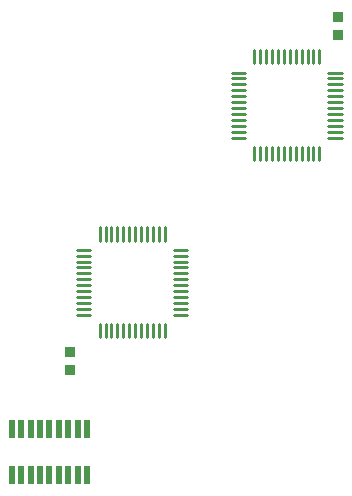
<source format=gbr>
G04 EAGLE Gerber RS-274X export*
G75*
%MOMM*%
%FSLAX34Y34*%
%LPD*%
%INSolderpaste Bottom*%
%IPPOS*%
%AMOC8*
5,1,8,0,0,1.08239X$1,22.5*%
G01*
G04 Define Apertures*
%ADD10C,0.250000*%
%ADD11R,0.970200X0.920900*%
%ADD12R,0.550000X1.500000*%
D10*
X285500Y383750D02*
X285500Y372250D01*
X290500Y372250D02*
X290500Y383750D01*
X295500Y383750D02*
X295500Y372250D01*
X300500Y372250D02*
X300500Y383750D01*
X305500Y383750D02*
X305500Y372250D01*
X310500Y372250D02*
X310500Y383750D01*
X315500Y383750D02*
X315500Y372250D01*
X320500Y372250D02*
X320500Y383750D01*
X325500Y383750D02*
X325500Y372250D01*
X330500Y372250D02*
X330500Y383750D01*
X335500Y383750D02*
X335500Y372250D01*
X340500Y372250D02*
X340500Y383750D01*
X348250Y364500D02*
X359750Y364500D01*
X359750Y359500D02*
X348250Y359500D01*
X348250Y354500D02*
X359750Y354500D01*
X359750Y349500D02*
X348250Y349500D01*
X348250Y344500D02*
X359750Y344500D01*
X359750Y339500D02*
X348250Y339500D01*
X348250Y334500D02*
X359750Y334500D01*
X359750Y329500D02*
X348250Y329500D01*
X348250Y324500D02*
X359750Y324500D01*
X359750Y319500D02*
X348250Y319500D01*
X348250Y314500D02*
X359750Y314500D01*
X359750Y309500D02*
X348250Y309500D01*
X340500Y301750D02*
X340500Y290250D01*
X335500Y290250D02*
X335500Y301750D01*
X330500Y301750D02*
X330500Y290250D01*
X325500Y290250D02*
X325500Y301750D01*
X320500Y301750D02*
X320500Y290250D01*
X315500Y290250D02*
X315500Y301750D01*
X310500Y301750D02*
X310500Y290250D01*
X305500Y290250D02*
X305500Y301750D01*
X300500Y301750D02*
X300500Y290250D01*
X295500Y290250D02*
X295500Y301750D01*
X290500Y301750D02*
X290500Y290250D01*
X285500Y290250D02*
X285500Y301750D01*
X277750Y309500D02*
X266250Y309500D01*
X266250Y314500D02*
X277750Y314500D01*
X277750Y319500D02*
X266250Y319500D01*
X266250Y324500D02*
X277750Y324500D01*
X277750Y329500D02*
X266250Y329500D01*
X266250Y334500D02*
X277750Y334500D01*
X277750Y339500D02*
X266250Y339500D01*
X266250Y344500D02*
X277750Y344500D01*
X277750Y349500D02*
X266250Y349500D01*
X266250Y354500D02*
X277750Y354500D01*
X277750Y359500D02*
X266250Y359500D01*
X266250Y364500D02*
X277750Y364500D01*
D11*
X356000Y411746D03*
X356000Y396254D03*
D10*
X209500Y151750D02*
X209500Y140250D01*
X204500Y140250D02*
X204500Y151750D01*
X199500Y151750D02*
X199500Y140250D01*
X194500Y140250D02*
X194500Y151750D01*
X189500Y151750D02*
X189500Y140250D01*
X184500Y140250D02*
X184500Y151750D01*
X179500Y151750D02*
X179500Y140250D01*
X174500Y140250D02*
X174500Y151750D01*
X169500Y151750D02*
X169500Y140250D01*
X164500Y140250D02*
X164500Y151750D01*
X159500Y151750D02*
X159500Y140250D01*
X154500Y140250D02*
X154500Y151750D01*
X146750Y159500D02*
X135250Y159500D01*
X135250Y164500D02*
X146750Y164500D01*
X146750Y169500D02*
X135250Y169500D01*
X135250Y174500D02*
X146750Y174500D01*
X146750Y179500D02*
X135250Y179500D01*
X135250Y184500D02*
X146750Y184500D01*
X146750Y189500D02*
X135250Y189500D01*
X135250Y194500D02*
X146750Y194500D01*
X146750Y199500D02*
X135250Y199500D01*
X135250Y204500D02*
X146750Y204500D01*
X146750Y209500D02*
X135250Y209500D01*
X135250Y214500D02*
X146750Y214500D01*
X154500Y222250D02*
X154500Y233750D01*
X159500Y233750D02*
X159500Y222250D01*
X164500Y222250D02*
X164500Y233750D01*
X169500Y233750D02*
X169500Y222250D01*
X174500Y222250D02*
X174500Y233750D01*
X179500Y233750D02*
X179500Y222250D01*
X184500Y222250D02*
X184500Y233750D01*
X189500Y233750D02*
X189500Y222250D01*
X194500Y222250D02*
X194500Y233750D01*
X199500Y233750D02*
X199500Y222250D01*
X204500Y222250D02*
X204500Y233750D01*
X209500Y233750D02*
X209500Y222250D01*
X217250Y214500D02*
X228750Y214500D01*
X228750Y209500D02*
X217250Y209500D01*
X217250Y204500D02*
X228750Y204500D01*
X228750Y199500D02*
X217250Y199500D01*
X217250Y194500D02*
X228750Y194500D01*
X228750Y189500D02*
X217250Y189500D01*
X217250Y184500D02*
X228750Y184500D01*
X228750Y179500D02*
X217250Y179500D01*
X217250Y174500D02*
X228750Y174500D01*
X228750Y169500D02*
X217250Y169500D01*
X217250Y164500D02*
X228750Y164500D01*
X228750Y159500D02*
X217250Y159500D01*
D11*
X129000Y112254D03*
X129000Y127746D03*
D12*
X80000Y23500D03*
X80000Y62500D03*
X88000Y23500D03*
X88000Y62500D03*
X96000Y23500D03*
X96000Y62500D03*
X104000Y23500D03*
X104000Y62500D03*
X112000Y23500D03*
X112000Y62500D03*
X120000Y23500D03*
X120000Y62500D03*
X128000Y23500D03*
X128000Y62500D03*
X136000Y23500D03*
X136000Y62500D03*
X144000Y23500D03*
X144000Y62500D03*
M02*

</source>
